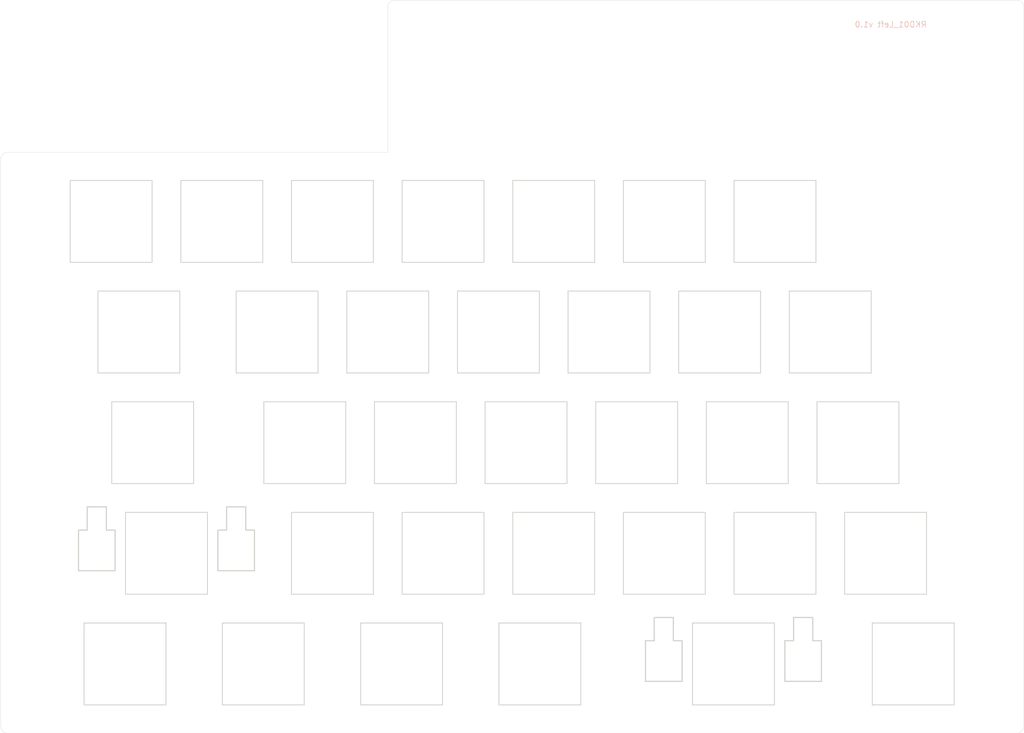
<source format=kicad_pcb>
(kicad_pcb (version 20240108) (generator "pcbnew") (generator_version "8.0")
  (layers (0 "F.Cu" signal) (31 "B.Cu" signal) (34 "B.Paste" user) (35 "F.Paste" user) (36 "B.SilkS" user "B.Silkscreen") (37 "F.SilkS" user "F.Silkscreen") (38 "B.Mask" user) (39 "F.Mask" user) (44 "Edge.Cuts" user))
  (net 0 "")
  (footprint "kbd_SW_Hole:SW_Hole_1u" (layer "F.Cu") (at 147.6375 133.35)
    (property "Reference" "SW66" (hide yes))
    (property "Value" "SW_PUSH" (hide yes))
    (fp_line (start -7.05 -7.05) (end 7.05 -7.05) (stroke (width 0.15)) (layer "Edge.Cuts"))
    (fp_line (start -7.05 7.05) (end -7.05 -7.05) (stroke (width 0.15)) (layer "Edge.Cuts"))
    (fp_line (start 7.05 -7.05) (end 7.05 7.05) (stroke (width 0.15)) (layer "Edge.Cuts"))
    (fp_line (start 7.05 7.05) (end -7.05 7.05) (stroke (width 0.15)) (layer "Edge.Cuts"))
  )
  (footprint "kbd_SW_Hole:SW_Hole_1u" (layer "F.Cu") (at 97.6313 57.15)
    (property "Reference" "SW16" (hide yes))
    (property "Value" "SW_Push" (hide yes))
    (fp_line (start -7.05 -7.05) (end 7.05 -7.05) (stroke (width 0.15)) (layer "Edge.Cuts"))
    (fp_line (start -7.05 7.05) (end -7.05 -7.05) (stroke (width 0.15)) (layer "Edge.Cuts"))
    (fp_line (start 7.05 -7.05) (end 7.05 7.05) (stroke (width 0.15)) (layer "Edge.Cuts"))
    (fp_line (start 7.05 7.05) (end -7.05 7.05) (stroke (width 0.15)) (layer "Edge.Cuts"))
  )
  (footprint "kbd_SW_Hole:SW_Hole_1u" (layer "F.Cu") (at 178.5938 133.35)
    (property "Reference" "SW34" (hide yes))
    (property "Value" "SW_Push" (hide yes))
    (fp_line (start -7.05 -7.05) (end 7.05 -7.05) (stroke (width 0.15)) (layer "Edge.Cuts"))
    (fp_line (start -7.05 7.05) (end -7.05 -7.05) (stroke (width 0.15)) (layer "Edge.Cuts"))
    (fp_line (start 7.05 -7.05) (end 7.05 7.05) (stroke (width 0.15)) (layer "Edge.Cuts"))
    (fp_line (start 7.05 7.05) (end -7.05 7.05) (stroke (width 0.15)) (layer "Edge.Cuts"))
  )
  (footprint "kbd_Hole:m2_Screw_Hole" (layer "F.Cu") (at 23.8125 47.625)
    (property "Reference" "M5")
    (property "Value" "Mark")
    (pad "" np_thru_hole circle (at 0 0) (size 2.2 2.2) (drill 2.2) (layers "*.Cu" "*.Mask"))
  )
  (footprint "kbd_SW_Hole:SW_Hole_1u" (layer "F.Cu") (at 88.1063 76.2)
    (property "Reference" "SW12" (hide yes))
    (property "Value" "SW_Push" (hide yes))
    (fp_line (start -7.05 -7.05) (end 7.05 -7.05) (stroke (width 0.15)) (layer "Edge.Cuts"))
    (fp_line (start -7.05 7.05) (end -7.05 -7.05) (stroke (width 0.15)) (layer "Edge.Cuts"))
    (fp_line (start 7.05 -7.05) (end 7.05 7.05) (stroke (width 0.15)) (layer "Edge.Cuts"))
    (fp_line (start 7.05 7.05) (end -7.05 7.05) (stroke (width 0.15)) (layer "Edge.Cuts"))
  )
  (footprint "kbd_SW_Hole:SW_Hole_1u" (layer "F.Cu") (at 73.8188 95.25)
    (property "Reference" "SW8" (hide yes))
    (property "Value" "SW_Push" (hide yes))
    (fp_line (start -7.05 -7.05) (end 7.05 -7.05) (stroke (width 0.15)) (layer "Edge.Cuts"))
    (fp_line (start -7.05 7.05) (end -7.05 -7.05) (stroke (width 0.15)) (layer "Edge.Cuts"))
    (fp_line (start 7.05 -7.05) (end 7.05 7.05) (stroke (width 0.15)) (layer "Edge.Cuts"))
    (fp_line (start 7.05 7.05) (end -7.05 7.05) (stroke (width 0.15)) (layer "Edge.Cuts"))
  )
  (footprint "kbd_SW_Hole:SW_Hole_1u" (layer "F.Cu") (at 111.9188 95.25)
    (property "Reference" "SW18" (hide yes))
    (property "Value" "SW_Push" (hide yes))
    (fp_line (start -7.05 -7.05) (end 7.05 -7.05) (stroke (width 0.15)) (layer "Edge.Cuts"))
    (fp_line (start -7.05 7.05) (end -7.05 -7.05) (stroke (width 0.15)) (layer "Edge.Cuts"))
    (fp_line (start 7.05 -7.05) (end 7.05 7.05) (stroke (width 0.15)) (layer "Edge.Cuts"))
    (fp_line (start 7.05 7.05) (end -7.05 7.05) (stroke (width 0.15)) (layer "Edge.Cuts"))
  )
  (footprint "kbd_SW_Hole:SW_Hole_1u" (layer "F.Cu") (at 78.5813 114.3)
    (property "Reference" "SW9" (hide yes))
    (property "Value" "SW_Push" (hide yes))
    (fp_line (start -7.05 -7.05) (end 7.05 -7.05) (stroke (width 0.15)) (layer "Edge.Cuts"))
    (fp_line (start -7.05 7.05) (end -7.05 -7.05) (stroke (width 0.15)) (layer "Edge.Cuts"))
    (fp_line (start 7.05 -7.05) (end 7.05 7.05) (stroke (width 0.15)) (layer "Edge.Cuts"))
    (fp_line (start 7.05 7.05) (end -7.05 7.05) (stroke (width 0.15)) (layer "Edge.Cuts"))
  )
  (footprint "kbd_SW_Hole:SW_Hole_1.25u" (layer "F.Cu") (at 66.6751 133.35)
    (property "Reference" "SW10" (hide yes))
    (property "Value" "SW_Push" (hide yes))
    (fp_line (start -7.05 -7.05) (end 7.05 -7.05) (stroke (width 0.15)) (layer "Edge.Cuts"))
    (fp_line (start -7.05 7.05) (end -7.05 -7.05) (stroke (width 0.15)) (layer "Edge.Cuts"))
    (fp_line (start 7.05 -7.05) (end 7.05 7.05) (stroke (width 0.15)) (layer "Edge.Cuts"))
    (fp_line (start 7.05 7.05) (end -7.05 7.05) (stroke (width 0.15)) (layer "Edge.Cuts"))
  )
  (footprint "kbd_SW_Hole:SW_Hole_1u" (layer "F.Cu") (at 69.0563 76.2)
    (property "Reference" "SW7" (hide yes))
    (property "Value" "SW_Push" (hide yes))
    (fp_line (start -7.05 -7.05) (end 7.05 -7.05) (stroke (width 0.15)) (layer "Edge.Cuts"))
    (fp_line (start -7.05 7.05) (end -7.05 -7.05) (stroke (width 0.15)) (layer "Edge.Cuts"))
    (fp_line (start 7.05 -7.05) (end 7.05 7.05) (stroke (width 0.15)) (layer "Edge.Cuts"))
    (fp_line (start 7.05 7.05) (end -7.05 7.05) (stroke (width 0.15)) (layer "Edge.Cuts"))
  )
  (footprint "kbd_SW_Hole:SW_Hole_1u" (layer "F.Cu") (at 150.0188 95.25)
    (property "Reference" "SW28" (hide yes))
    (property "Value" "SW_Push" (hide yes))
    (fp_line (start -7.05 -7.05) (end 7.05 -7.05) (stroke (width 0.15)) (layer "Edge.Cuts"))
    (fp_line (start -7.05 7.05) (end -7.05 -7.05) (stroke (width 0.15)) (layer "Edge.Cuts"))
    (fp_line (start 7.05 -7.05) (end 7.05 7.05) (stroke (width 0.15)) (layer "Edge.Cuts"))
    (fp_line (start 7.05 7.05) (end -7.05 7.05) (stroke (width 0.15)) (layer "Edge.Cuts"))
  )
  (footprint "kbd_SW_Hole:SW_Hole_1.25u" (layer "F.Cu") (at 114.3001 133.35)
    (property "Reference" "SW20" (hide yes))
    (property "Value" "SW_Push" (hide yes))
    (fp_line (start -7.05 -7.05) (end 7.05 -7.05) (stroke (width 0.15)) (layer "Edge.Cuts"))
    (fp_line (start -7.05 7.05) (end -7.05 -7.05) (stroke (width 0.15)) (layer "Edge.Cuts"))
    (fp_line (start 7.05 -7.05) (end 7.05 7.05) (stroke (width 0.15)) (layer "Edge.Cuts"))
    (fp_line (start 7.05 7.05) (end -7.05 7.05) (stroke (width 0.15)) (layer "Edge.Cuts"))
  )
  (footprint "kbd_SW_Hole:SW_Hole_1u" (layer "F.Cu") (at 59.5313 57.15)
    (property "Reference" "SW6" (hide yes))
    (property "Value" "SW_Push" (hide yes))
    (fp_line (start -7.05 -7.05) (end 7.05 -7.05) (stroke (width 0.15)) (layer "Edge.Cuts"))
    (fp_line (start -7.05 7.05) (end -7.05 -7.05) (stroke (width 0.15)) (layer "Edge.Cuts"))
    (fp_line (start 7.05 -7.05) (end 7.05 7.05) (stroke (width 0.15)) (layer "Edge.Cuts"))
    (fp_line (start 7.05 7.05) (end -7.05 7.05) (stroke (width 0.15)) (layer "Edge.Cuts"))
  )
  (footprint "kbd_SW_Hole:SW_Hole_1u" (layer "F.Cu") (at 107.1563 76.2)
    (property "Reference" "SW17" (hide yes))
    (property "Value" "SW_Push" (hide yes))
    (fp_line (start -7.05 -7.05) (end 7.05 -7.05) (stroke (width 0.15)) (layer "Edge.Cuts"))
    (fp_line (start -7.05 7.05) (end -7.05 -7.05) (stroke (width 0.15)) (layer "Edge.Cuts"))
    (fp_line (start 7.05 -7.05) (end 7.05 7.05) (stroke (width 0.15)) (layer "Edge.Cuts"))
    (fp_line (start 7.05 7.05) (end -7.05 7.05) (stroke (width 0.15)) (layer "Edge.Cuts"))
  )
  (footprint "kbd_Hole:m2_Screw_Hole" (layer "F.Cu") (at 192.8812 23.8125)
    (property "Reference" "M2")
    (property "Value" "Mark")
    (pad "" np_thru_hole circle (at 0 0) (size 2.2 2.2) (drill 2.2) (layers "*.Cu" "*.Mask"))
  )
  (footprint "kbd_SW_Hole:SW_Hole_1u" (layer "F.Cu") (at 126.2063 76.2)
    (property "Reference" "SW22" (hide yes))
    (property "Value" "SW_Push" (hide yes))
    (fp_line (start -7.05 -7.05) (end 7.05 -7.05) (stroke (width 0.15)) (layer "Edge.Cuts"))
    (fp_line (start -7.05 7.05) (end -7.05 -7.05) (stroke (width 0.15)) (layer "Edge.Cuts"))
    (fp_line (start 7.05 -7.05) (end 7.05 7.05) (stroke (width 0.15)) (layer "Edge.Cuts"))
    (fp_line (start 7.05 7.05) (end -7.05 7.05) (stroke (width 0.15)) (layer "Edge.Cuts"))
  )
  (footprint "kbd_SW_Hole:SW_Hole_1u" (layer "F.Cu") (at 97.6313 114.3)
    (property "Reference" "SW14" (hide yes))
    (property "Value" "SW_Push" (hide yes))
    (fp_line (start -7.05 -7.05) (end 7.05 -7.05) (stroke (width 0.15)) (layer "Edge.Cuts"))
    (fp_line (start -7.05 7.05) (end -7.05 -7.05) (stroke (width 0.15)) (layer "Edge.Cuts"))
    (fp_line (start 7.05 -7.05) (end 7.05 7.05) (stroke (width 0.15)) (layer "Edge.Cuts"))
    (fp_line (start 7.05 7.05) (end -7.05 7.05) (stroke (width 0.15)) (layer "Edge.Cuts"))
  )
  (footprint "kbd_SW_Hole:SW_Hole_1u" (layer "F.Cu") (at 135.7313 114.3)
    (property "Reference" "SW24" (hide yes))
    (property "Value" "SW_Push" (hide yes))
    (fp_line (start -7.05 -7.05) (end 7.05 -7.05) (stroke (width 0.15)) (layer "Edge.Cuts"))
    (fp_line (start -7.05 7.05) (end -7.05 -7.05) (stroke (width 0.15)) (layer "Edge.Cuts"))
    (fp_line (start 7.05 -7.05) (end 7.05 7.05) (stroke (width 0.15)) (layer "Edge.Cuts"))
    (fp_line (start 7.05 7.05) (end -7.05 7.05) (stroke (width 0.15)) (layer "Edge.Cuts"))
  )
  (footprint "kbd_SW_Hole:SW_Hole_1.25u" (layer "F.Cu") (at 42.8626 133.35)
    (property "Reference" "SW5" (hide yes))
    (property "Value" "SW_Push" (hide yes))
    (fp_line (start -7.05 -7.05) (end 7.05 -7.05) (stroke (width 0.15)) (layer "Edge.Cuts"))
    (fp_line (start -7.05 7.05) (end -7.05 -7.05) (stroke (width 0.15)) (layer "Edge.Cuts"))
    (fp_line (start 7.05 -7.05) (end 7.05 7.05) (stroke (width 0.15)) (layer "Edge.Cuts"))
    (fp_line (start 7.05 7.05) (end -7.05 7.05) (stroke (width 0.15)) (layer "Edge.Cuts"))
  )
  (footprint "kbd_SW_Hole:SW_Hole_1u" (layer "F.Cu") (at 164.3063 76.2)
    (property "Reference" "SW31" (hide yes))
    (property "Value" "SW_Push" (hide yes))
    (fp_line (start -7.05 -7.05) (end 7.05 -7.05) (stroke (width 0.15)) (layer "Edge.Cuts"))
    (fp_line (start -7.05 7.05) (end -7.05 -7.05) (stroke (width 0.15)) (layer "Edge.Cuts"))
    (fp_line (start 7.05 -7.05) (end 7.05 7.05) (stroke (width 0.15)) (layer "Edge.Cuts"))
    (fp_line (start 7.05 7.05) (end -7.05 7.05) (stroke (width 0.15)) (layer "Edge.Cuts"))
  )
  (footprint "kbd_SW_Hole:SW_Hole_1u" (layer "F.Cu") (at 92.8688 95.25)
    (property "Reference" "SW13" (hide yes))
    (property "Value" "SW_Push" (hide yes))
    (fp_line (start -7.05 -7.05) (end 7.05 -7.05) (stroke (width 0.15)) (layer "Edge.Cuts"))
    (fp_line (start -7.05 7.05) (end -7.05 -7.05) (stroke (width 0.15)) (layer "Edge.Cuts"))
    (fp_line (start 7.05 -7.05) (end 7.05 7.05) (stroke (width 0.15)) (layer "Edge.Cuts"))
    (fp_line (start 7.05 7.05) (end -7.05 7.05) (stroke (width 0.15)) (layer "Edge.Cuts"))
  )
  (footprint "kbd_SW_Hole:SW_Hole_1u" (layer "F.Cu") (at 78.5813 57.15)
    (property "Reference" "SW11" (hide yes))
    (property "Value" "SW_Push" (hide yes))
    (fp_line (start -7.05 -7.05) (end 7.05 -7.05) (stroke (width 0.15)) (layer "Edge.Cuts"))
    (fp_line (start -7.05 7.05) (end -7.05 -7.05) (stroke (width 0.15)) (layer "Edge.Cuts"))
    (fp_line (start 7.05 -7.05) (end 7.05 7.05) (stroke (width 0.15)) (layer "Edge.Cuts"))
    (fp_line (start 7.05 7.05) (end -7.05 7.05) (stroke (width 0.15)) (layer "Edge.Cuts"))
  )
  (footprint "kbd_Hole:m2_Screw_Hole" (layer "F.Cu") (at 92.86875 23.8125)
    (property "Reference" "M1")
    (property "Value" "Mark")
    (pad "" np_thru_hole circle (at 0 0) (size 2.2 2.2) (drill 2.2) (layers "*.Cu" "*.Mask"))
  )
  (footprint "kbd_SW_Hole:SW_Hole_1u" (layer "F.Cu") (at 154.7813 57.15)
    (property "Reference" "SW30" (hide yes))
    (property "Value" "SW_Push" (hide yes))
    (fp_line (start -7.05 -7.05) (end 7.05 -7.05) (stroke (width 0.15)) (layer "Edge.Cuts"))
    (fp_line (start -7.05 7.05) (end -7.05 -7.05) (stroke (width 0.15)) (layer "Edge.Cuts"))
    (fp_line (start 7.05 -7.05) (end 7.05 7.05) (stroke (width 0.15)) (layer "Edge.Cuts"))
    (fp_line (start 7.05 7.05) (end -7.05 7.05) (stroke (width 0.15)) (layer "Edge.Cuts"))
  )
  (footprint "kbd_Hole:m2_Screw_Hole" (layer "F.Cu") (at 192.8812 140.4937)
    (property "Reference" "M4")
    (property "Value" "Mark")
    (pad "" np_thru_hole circle (at 0 0) (size 2.2 2.2) (drill 2.2) (layers "*.Cu" "*.Mask"))
  )
  (footprint "kbd_SW_Hole:SW_Hole_1u" (layer "F.Cu") (at 154.7813 114.3)
    (property "Reference" "SW29" (hide yes))
    (property "Value" "SW_Push" (hide yes))
    (fp_line (start -7.05 -7.05) (end 7.05 -7.05) (stroke (width 0.15)) (layer "Edge.Cuts"))
    (fp_line (start -7.05 7.05) (end -7.05 -7.05) (stroke (width 0.15)) (layer "Edge.Cuts"))
    (fp_line (start 7.05 -7.05) (end 7.05 7.05) (stroke (width 0.15)) (layer "Edge.Cuts"))
    (fp_line (start 7.05 7.05) (end -7.05 7.05) (stroke (width 0.15)) (layer "Edge.Cuts"))
  )
  (footprint "kbd_SW_Hole:SW_Hole_1u" (layer "F.Cu") (at 130.9688 95.25)
    (property "Reference" "SW23" (hide yes))
    (property "Value" "SW_Push" (hide yes))
    (fp_line (start -7.05 -7.05) (end 7.05 -7.05) (stroke (width 0.15)) (layer "Edge.Cuts"))
    (fp_line (start -7.05 7.05) (end -7.05 -7.05) (stroke (width 0.15)) (layer "Edge.Cuts"))
    (fp_line (start 7.05 -7.05) (end 7.05 7.05) (stroke (width 0.15)) (layer "Edge.Cuts"))
    (fp_line (start 7.05 7.05) (end -7.05 7.05) (stroke (width 0.15)) (layer "Edge.Cuts"))
  )
  (footprint "kbd_SW_Hole:SW_Hole_1u" (layer "F.Cu") (at 135.7313 57.15)
    (property "Reference" "SW26" (hide yes))
    (property "Value" "SW_Push" (hide yes))
    (fp_line (start -7.05 -7.05) (end 7.05 -7.05) (stroke (width 0.15)) (layer "Edge.Cuts"))
    (fp_line (start -7.05 7.05) (end -7.05 -7.05) (stroke (width 0.15)) (layer "Edge.Cuts"))
    (fp_line (start 7.05 -7.05) (end 7.05 7.05) (stroke (width 0.15)) (layer "Edge.Cuts"))
    (fp_line (start 7.05 7.05) (end -7.05 7.05) (stroke (width 0.15)) (layer "Edge.Cuts"))
  )
  (footprint "kbd_SW_Hole:SW_Hole_1u" (layer "F.Cu") (at 40.4813 57.15)
    (property "Reference" "SW1" (hide yes))
    (property "Value" "SW_Push" (hide yes))
    (fp_line (start -7.05 -7.05) (end 7.05 -7.05) (stroke (width 0.15)) (layer "Edge.Cuts"))
    (fp_line (start -7.05 7.05) (end -7.05 -7.05) (stroke (width 0.15)) (layer "Edge.Cuts"))
    (fp_line (start 7.05 -7.05) (end 7.05 7.05) (stroke (width 0.15)) (layer "Edge.Cuts"))
    (fp_line (start 7.05 7.05) (end -7.05 7.05) (stroke (width 0.15)) (layer "Edge.Cuts"))
  )
  (footprint "kbd_SW_Hole:SW_Hole_1u" (layer "F.Cu") (at 116.6813 57.15)
    (property "Reference" "SW21" (hide yes))
    (property "Value" "SW_Push" (hide yes))
    (fp_line (start -7.05 -7.05) (end 7.05 -7.05) (stroke (width 0.15)) (layer "Edge.Cuts"))
    (fp_line (start -7.05 7.05) (end -7.05 -7.05) (stroke (width 0.15)) (layer "Edge.Cuts"))
    (fp_line (start 7.05 -7.05) (end 7.05 7.05) (stroke (width 0.15)) (layer "Edge.Cuts"))
    (fp_line (start 7.05 7.05) (end -7.05 7.05) (stroke (width 0.15)) (layer "Edge.Cuts"))
  )
  (footprint "kbd_SW_Hole:SW_Hole_1u" (layer "F.Cu") (at 169.0688 95.25)
    (property "Reference" "SW32" (hide yes))
    (property "Value" "SW_Push" (hide yes))
    (fp_line (start -7.05 -7.05) (end 7.05 -7.05) (stroke (width 0.15)) (layer "Edge.Cuts"))
    (fp_line (start -7.05 7.05) (end -7.05 -7.05) (stroke (width 0.15)) (layer "Edge.Cuts"))
    (fp_line (start 7.05 -7.05) (end 7.05 7.05) (stroke (width 0.15)) (layer "Edge.Cuts"))
    (fp_line (start 7.05 7.05) (end -7.05 7.05) (stroke (width 0.15)) (layer "Edge.Cuts"))
  )
  (footprint "kbd_SW_Hole:SW_Hole_1.5u" (layer "F.Cu") (at 45.2438 76.2)
    (property "Reference" "SW2" (hide yes))
    (property "Value" "SW_Push" (hide yes))
    (fp_line (start -7.05 -7.05) (end 7.05 -7.05) (stroke (width 0.15)) (layer "Edge.Cuts"))
    (fp_line (start -7.05 7.05) (end -7.05 -7.05) (stroke (width 0.15)) (layer "Edge.Cuts"))
    (fp_line (start 7.05 -7.05) (end 7.05 7.05) (stroke (width 0.15)) (layer "Edge.Cuts"))
    (fp_line (start 7.05 7.05) (end -7.05 7.05) (stroke (width 0.15)) (layer "Edge.Cuts"))
  )
  (footprint "kbd_SW_Hole:SW_Hole_1u" (layer "F.Cu") (at 116.6813 114.3)
    (property "Reference" "SW19" (hide yes))
    (property "Value" "SW_Push" (hide yes))
    (fp_line (start -7.05 -7.05) (end 7.05 -7.05) (stroke (width 0.15)) (layer "Edge.Cuts"))
    (fp_line (start -7.05 7.05) (end -7.05 -7.05) (stroke (width 0.15)) (layer "Edge.Cuts"))
    (fp_line (start 7.05 -7.05) (end 7.05 7.05) (stroke (width 0.15)) (layer "Edge.Cuts"))
    (fp_line (start 7.05 7.05) (end -7.05 7.05) (stroke (width 0.15)) (layer "Edge.Cuts"))
  )
  (footprint "kbd_SW_Hole:SW_Hole_1.75u" (layer "F.Cu") (at 47.6251 95.25)
    (property "Reference" "SW3" (hide yes))
    (property "Value" "SW_Push" (hide yes))
    (fp_line (start -7.05 -7.05) (end 7.05 -7.05) (stroke (width 0.15)) (layer "Edge.Cuts"))
    (fp_line (start -7.05 7.05) (end -7.05 -7.05) (stroke (width 0.15)) (layer "Edge.Cuts"))
    (fp_line (start 7.05 -7.05) (end 7.05 7.05) (stroke (width 0.15)) (layer "Edge.Cuts"))
    (fp_line (start 7.05 7.05) (end -7.05 7.05) (stroke (width 0.15)) (layer "Edge.Cuts"))
  )
  (footprint "kbd_Hole:m2_Screw_Hole" (layer "F.Cu") (at 26.1938 140.4937)
    (property "Reference" "M3")
    (property "Value" "Mark")
    (pad "" np_thru_hole circle (at 0 0) (size 2.2 2.2) (drill 2.2) (layers "*.Cu" "*.Mask"))
  )
  (footprint "kbd_SW_Hole:Stab_Hole_Choc_2u_Top" (layer "F.Cu") (at 50.0063 114.3)
    (property "Reference" "SW4" (hide yes))
    (property "Value" "SW_Push" (hide yes))
    (fp_line (start -15.15 -4) (end -15.15 3) (stroke (width 0.2)) (layer "Edge.Cuts"))
    (fp_line (start -13.65 -8) (end -13.65 -4) (stroke (width 0.2)) (layer "Edge.Cuts"))
    (fp_line (start -13.65 -8) (end -10.35 -8) (stroke (width 0.2)) (layer "Edge.Cuts"))
    (fp_line (start -13.65 -4) (end -15.15 -4) (stroke (width 0.2)) (layer "Edge.Cuts"))
    (fp_line (start -10.35 -8) (end -10.35 -4) (stroke (width 0.2)) (layer "Edge.Cuts"))
    (fp_line (start -10.35 -4) (end -8.85 -4) (stroke (width 0.2)) (layer "Edge.Cuts"))
    (fp_line (start -8.85 -4) (end -8.85 3) (stroke (width 0.2)) (layer "Edge.Cuts"))
    (fp_line (start -8.85 3) (end -15.15 3) (stroke (width 0.2)) (layer "Edge.Cuts"))
    (fp_line (start 8.85 -4) (end 8.85 3) (stroke (width 0.2)) (layer "Edge.Cuts"))
    (fp_line (start 10.35 -8) (end 10.35 -4) (stroke (width 0.2)) (layer "Edge.Cuts"))
    (fp_line (start 10.35 -8) (end 13.65 -8) (stroke (width 0.2)) (layer "Edge.Cuts"))
    (fp_line (start 10.35 -4) (end 8.85 -4) (stroke (width 0.2)) (layer "Edge.Cuts"))
    (fp_line (start 13.65 -8) (end 13.65 -4) (stroke (width 0.2)) (layer "Edge.Cuts"))
    (fp_line (start 13.65 -4) (end 15.15 -4) (stroke (width 0.2)) (layer "Edge.Cuts"))
    (fp_line (start 15.15 -4) (end 15.15 3) (stroke (width 0.2)) (layer "Edge.Cuts"))
    (fp_line (start 15.15 3) (end 8.85 3) (stroke (width 0.2)) (layer "Edge.Cuts"))
  )
  (footprint "kbd_SW_Hole:SW_Hole_1u" (layer "F.Cu") (at 145.2563 76.2)
    (property "Reference" "SW27" (hide yes))
    (property "Value" "SW_Push" (hide yes))
    (fp_line (start -7.05 -7.05) (end 7.05 -7.05) (stroke (width 0.15)) (layer "Edge.Cuts"))
    (fp_line (start -7.05 7.05) (end -7.05 -7.05) (stroke (width 0.15)) (layer "Edge.Cuts"))
    (fp_line (start 7.05 -7.05) (end 7.05 7.05) (stroke (width 0.15)) (layer "Edge.Cuts"))
    (fp_line (start 7.05 7.05) (end -7.05 7.05) (stroke (width 0.15)) (layer "Edge.Cuts"))
  )
  (footprint "kbd_SW_Hole:SW_Hole_1u" (layer "F.Cu") (at 50.00625 114.3)
    (property "Reference" "SW66" (hide yes))
    (property "Value" "SW_PUSH" (hide yes))
    (fp_line (start -7.05 -7.05) (end 7.05 -7.05) (stroke (width 0.15)) (layer "Edge.Cuts"))
    (fp_line (start -7.05 7.05) (end -7.05 -7.05) (stroke (width 0.15)) (layer "Edge.Cuts"))
    (fp_line (start 7.05 -7.05) (end 7.05 7.05) (stroke (width 0.15)) (layer "Edge.Cuts"))
    (fp_line (start 7.05 7.05) (end -7.05 7.05) (stroke (width 0.15)) (layer "Edge.Cuts"))
  )
  (footprint "kbd_SW_Hole:SW_Hole_1u" (layer "F.Cu") (at 173.8313 114.3)
    (property "Reference" "SW33" (hide yes))
    (property "Value" "SW_Push" (hide yes))
    (fp_line (start -7.05 -7.05) (end 7.05 -7.05) (stroke (width 0.15)) (layer "Edge.Cuts"))
    (fp_line (start -7.05 7.05) (end -7.05 -7.05) (stroke (width 0.15)) (layer "Edge.Cuts"))
    (fp_line (start 7.05 -7.05) (end 7.05 7.05) (stroke (width 0.15)) (layer "Edge.Cuts"))
    (fp_line (start 7.05 7.05) (end -7.05 7.05) (stroke (width 0.15)) (layer "Edge.Cuts"))
  )
  (footprint "kbd_SW_Hole:Stab_Hole_Choc_2u_Top" (layer "F.Cu") (at 147.6376 133.35)
    (property "Reference" "SW25" (hide yes))
    (property "Value" "SW_Push" (hide yes))
    (fp_line (start -15.15 -4) (end -15.15 3) (stroke (width 0.2)) (layer "Edge.Cuts"))
    (fp_line (start -13.65 -8) (end -13.65 -4) (stroke (width 0.2)) (layer "Edge.Cuts"))
    (fp_line (start -13.65 -8) (end -10.35 -8) (stroke (width 0.2)) (layer "Edge.Cuts"))
    (fp_line (start -13.65 -4) (end -15.15 -4) (stroke (width 0.2)) (layer "Edge.Cuts"))
    (fp_line (start -10.35 -8) (end -10.35 -4) (stroke (width 0.2)) (layer "Edge.Cuts"))
    (fp_line (start -10.35 -4) (end -8.85 -4) (stroke (width 0.2)) (layer "Edge.Cuts"))
    (fp_line (start -8.85 -4) (end -8.85 3) (stroke (width 0.2)) (layer "Edge.Cuts"))
    (fp_line (start -8.85 3) (end -15.15 3) (stroke (width 0.2)) (layer "Edge.Cuts"))
    (fp_line (start 8.85 -4) (end 8.85 3) (stroke (width 0.2)) (layer "Edge.Cuts"))
    (fp_line (start 10.35 -8) (end 10.35 -4) (stroke (width 0.2)) (layer "Edge.Cuts"))
    (fp_line (start 10.35 -8) (end 13.65 -8) (stroke (width 0.2)) (layer "Edge.Cuts"))
    (fp_line (start 10.35 -4) (end 8.85 -4) (stroke (width 0.2)) (layer "Edge.Cuts"))
    (fp_line (start 13.65 -8) (end 13.65 -4) (stroke (width 0.2)) (layer "Edge.Cuts"))
    (fp_line (start 13.65 -4) (end 15.15 -4) (stroke (width 0.2)) (layer "Edge.Cuts"))
    (fp_line (start 15.15 -4) (end 15.15 3) (stroke (width 0.2)) (layer "Edge.Cuts"))
    (fp_line (start 15.15 3) (end 8.85 3) (stroke (width 0.2)) (layer "Edge.Cuts"))
  )
  (footprint "kbd_SW_Hole:SW_Hole_1.25u" (layer "F.Cu") (at 90.4876 133.35)
    (property "Reference" "SW15" (hide yes))
    (property "Value" "SW_Push" (hide yes))
    (fp_line (start -7.05 -7.05) (end 7.05 -7.05) (stroke (width 0.15)) (layer "Edge.Cuts"))
    (fp_line (start -7.05 7.05) (end -7.05 -7.05) (stroke (width 0.15)) (layer "Edge.Cuts"))
    (fp_line (start 7.05 -7.05) (end 7.05 7.05) (stroke (width 0.15)) (layer "Edge.Cuts"))
    (fp_line (start 7.05 7.05) (end -7.05 7.05) (stroke (width 0.15)) (layer "Edge.Cuts"))
  )
  (gr_line (start 22.62185 45.243725) (end 88.106255 45.24375) (stroke (width 0.05)) (layer "Edge.Cuts"))
  (gr_line (start 196.453125 19.05) (end 89.296845 19.049995) (stroke (width 0.05)) (layer "Edge.Cuts"))
  (gr_arc (start 21.431225 46.43435) (mid 21.779958 45.592458) (end 22.62185 45.243725) (stroke (width 0.05)) (layer "Edge.Cuts"))
  (gr_arc (start 22.621875 145.25625) (mid 21.779976 144.907524) (end 21.43125 144.065625) (stroke (width 0.05)) (layer "Edge.Cuts"))
  (gr_arc (start 196.453125 19.05) (mid 197.295024 19.398726) (end 197.64375 20.240625) (stroke (width 0.05)) (layer "Edge.Cuts"))
  (gr_arc (start 197.64375 144.065625) (mid 197.295024 144.907524) (end 196.453125 145.25625) (stroke (width 0.05)) (layer "Edge.Cuts"))
  (gr_arc (start 88.10622 20.24062) (mid 88.454937 19.398697) (end 89.296845 19.049995) (stroke (width 0.05)) (layer "Edge.Cuts"))
  (gr_line (start 22.621875 145.25625) (end 196.453125 145.25625) (stroke (width 0.05)) (layer "Edge.Cuts"))
  (gr_line (start 197.64375 144.065625) (end 197.64375 20.240625) (stroke (width 0.05)) (layer "Edge.Cuts"))
  (gr_line (start 21.43125 144.065625) (end 21.431225 46.43435) (stroke (width 0.05)) (layer "Edge.Cuts"))
  (gr_line (start 88.106255 45.24375) (end 88.10625 20.24062) (stroke (width 0.05)) (layer "Edge.Cuts"))
  (gr_text "RKD01_Left v1.0" (at 180.97495 23.8125 0) (layer "B.SilkS") (effects (font (size 1 1) (thickness 0.1)) (justify left bottom mirror)))
)
</source>
